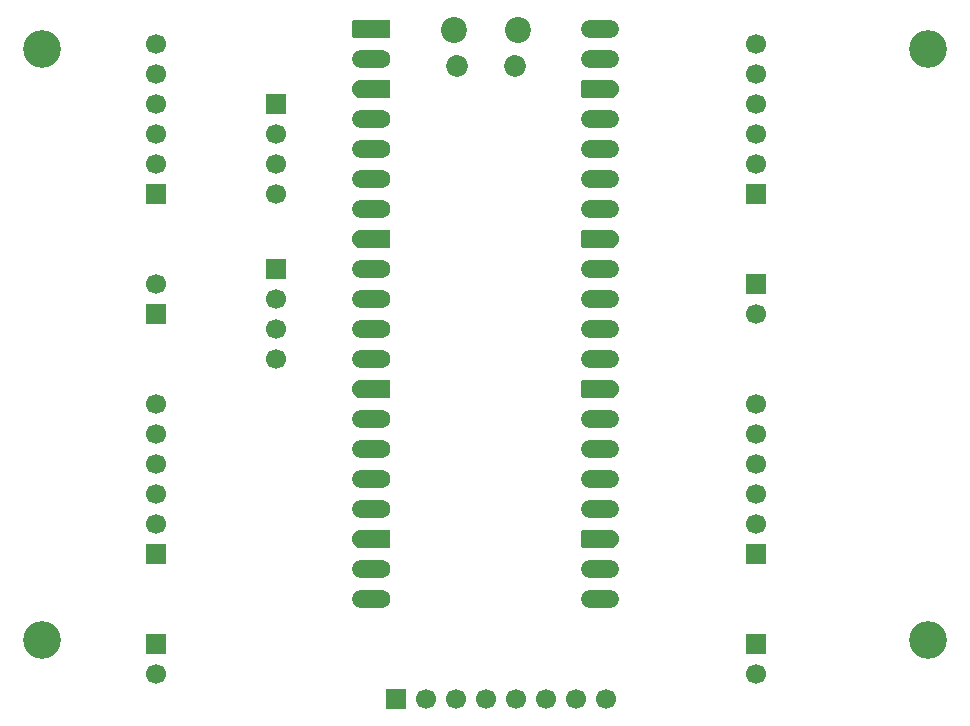
<source format=gbr>
%TF.GenerationSoftware,KiCad,Pcbnew,9.0.2*%
%TF.CreationDate,2025-07-04T23:02:28+10:00*%
%TF.ProjectId,motor-controller-pcb,6d6f746f-722d-4636-9f6e-74726f6c6c65,rev?*%
%TF.SameCoordinates,Original*%
%TF.FileFunction,Soldermask,Top*%
%TF.FilePolarity,Negative*%
%FSLAX46Y46*%
G04 Gerber Fmt 4.6, Leading zero omitted, Abs format (unit mm)*
G04 Created by KiCad (PCBNEW 9.0.2) date 2025-07-04 23:02:28*
%MOMM*%
%LPD*%
G01*
G04 APERTURE LIST*
G04 Aperture macros list*
%AMRoundRect*
0 Rectangle with rounded corners*
0 $1 Rounding radius*
0 $2 $3 $4 $5 $6 $7 $8 $9 X,Y pos of 4 corners*
0 Add a 4 corners polygon primitive as box body*
4,1,4,$2,$3,$4,$5,$6,$7,$8,$9,$2,$3,0*
0 Add four circle primitives for the rounded corners*
1,1,$1+$1,$2,$3*
1,1,$1+$1,$4,$5*
1,1,$1+$1,$6,$7*
1,1,$1+$1,$8,$9*
0 Add four rect primitives between the rounded corners*
20,1,$1+$1,$2,$3,$4,$5,0*
20,1,$1+$1,$4,$5,$6,$7,0*
20,1,$1+$1,$6,$7,$8,$9,0*
20,1,$1+$1,$8,$9,$2,$3,0*%
%AMFreePoly0*
4,1,37,0.800000,0.796148,0.878414,0.796148,1.032228,0.765552,1.177117,0.705537,1.307515,0.618408,1.418408,0.507515,1.505537,0.377117,1.565552,0.232228,1.596148,0.078414,1.596148,-0.078414,1.565552,-0.232228,1.505537,-0.377117,1.418408,-0.507515,1.307515,-0.618408,1.177117,-0.705537,1.032228,-0.765552,0.878414,-0.796148,0.800000,-0.796148,0.800000,-0.800000,-1.400000,-0.800000,
-1.403843,-0.796157,-1.439018,-0.796157,-1.511114,-0.766294,-1.566294,-0.711114,-1.596157,-0.639018,-1.596157,-0.603843,-1.600000,-0.600000,-1.600000,0.600000,-1.596157,0.603843,-1.596157,0.639018,-1.566294,0.711114,-1.511114,0.766294,-1.439018,0.796157,-1.403843,0.796157,-1.400000,0.800000,0.800000,0.800000,0.800000,0.796148,0.800000,0.796148,$1*%
%AMFreePoly1*
4,1,37,1.403843,0.796157,1.439018,0.796157,1.511114,0.766294,1.566294,0.711114,1.596157,0.639018,1.596157,0.603843,1.600000,0.600000,1.600000,-0.600000,1.596157,-0.603843,1.596157,-0.639018,1.566294,-0.711114,1.511114,-0.766294,1.439018,-0.796157,1.403843,-0.796157,1.400000,-0.800000,-0.800000,-0.800000,-0.800000,-0.796148,-0.878414,-0.796148,-1.032228,-0.765552,-1.177117,-0.705537,
-1.307515,-0.618408,-1.418408,-0.507515,-1.505537,-0.377117,-1.565552,-0.232228,-1.596148,-0.078414,-1.596148,0.078414,-1.565552,0.232228,-1.505537,0.377117,-1.418408,0.507515,-1.307515,0.618408,-1.177117,0.705537,-1.032228,0.765552,-0.878414,0.796148,-0.800000,0.796148,-0.800000,0.800000,1.400000,0.800000,1.403843,0.796157,1.403843,0.796157,$1*%
%AMFreePoly2*
4,1,37,0.603843,0.796157,0.639018,0.796157,0.711114,0.766294,0.766294,0.711114,0.796157,0.639018,0.796157,0.603843,0.800000,0.600000,0.800000,-0.600000,0.796157,-0.603843,0.796157,-0.639018,0.766294,-0.711114,0.711114,-0.766294,0.639018,-0.796157,0.603843,-0.796157,0.600000,-0.800000,0.000000,-0.800000,0.000000,-0.796148,-0.078414,-0.796148,-0.232228,-0.765552,-0.377117,-0.705537,
-0.507515,-0.618408,-0.618408,-0.507515,-0.705537,-0.377117,-0.765552,-0.232228,-0.796148,-0.078414,-0.796148,0.078414,-0.765552,0.232228,-0.705537,0.377117,-0.618408,0.507515,-0.507515,0.618408,-0.377117,0.705537,-0.232228,0.765552,-0.078414,0.796148,0.000000,0.796148,0.000000,0.800000,0.600000,0.800000,0.603843,0.796157,0.603843,0.796157,$1*%
%AMFreePoly3*
4,1,37,0.000000,0.796148,0.078414,0.796148,0.232228,0.765552,0.377117,0.705537,0.507515,0.618408,0.618408,0.507515,0.705537,0.377117,0.765552,0.232228,0.796148,0.078414,0.796148,-0.078414,0.765552,-0.232228,0.705537,-0.377117,0.618408,-0.507515,0.507515,-0.618408,0.377117,-0.705537,0.232228,-0.765552,0.078414,-0.796148,0.000000,-0.796148,0.000000,-0.800000,-0.600000,-0.800000,
-0.603843,-0.796157,-0.639018,-0.796157,-0.711114,-0.766294,-0.766294,-0.711114,-0.796157,-0.639018,-0.796157,-0.603843,-0.800000,-0.600000,-0.800000,0.600000,-0.796157,0.603843,-0.796157,0.639018,-0.766294,0.711114,-0.711114,0.766294,-0.639018,0.796157,-0.603843,0.796157,-0.600000,0.800000,0.000000,0.800000,0.000000,0.796148,0.000000,0.796148,$1*%
G04 Aperture macros list end*
%ADD10C,3.200000*%
%ADD11R,1.700000X1.700000*%
%ADD12C,1.700000*%
%ADD13C,2.200000*%
%ADD14C,1.850000*%
%ADD15FreePoly0,0.000000*%
%ADD16RoundRect,0.200000X-0.600000X-0.600000X0.600000X-0.600000X0.600000X0.600000X-0.600000X0.600000X0*%
%ADD17RoundRect,0.800000X-0.800000X-0.000010X0.800000X-0.000010X0.800000X0.000010X-0.800000X0.000010X0*%
%ADD18C,1.600000*%
%ADD19FreePoly1,0.000000*%
%ADD20FreePoly2,0.000000*%
%ADD21FreePoly3,0.000000*%
G04 APERTURE END LIST*
D10*
%TO.C,REF\u002A\u002A*%
X190000000Y-60000000D03*
%TD*%
D11*
%TO.C,J4*%
X175445000Y-102740000D03*
D12*
X175445000Y-100200000D03*
X175445000Y-97660000D03*
X175445000Y-95120000D03*
X175445000Y-92580000D03*
X175445000Y-90040000D03*
%TD*%
D11*
%TO.C,J5*%
X134805000Y-64640000D03*
D12*
X134805000Y-67180000D03*
X134805000Y-69720000D03*
X134805000Y-72260000D03*
%TD*%
D10*
%TO.C,REF\u002A\u002A*%
X190000000Y-110000000D03*
%TD*%
%TO.C,REF\u002A\u002A*%
X115000000Y-110000000D03*
%TD*%
D11*
%TO.C,M4*%
X175445000Y-110360000D03*
D12*
X175445000Y-112900000D03*
%TD*%
D11*
%TO.C,J7*%
X145000000Y-115000000D03*
D12*
X147540000Y-115000000D03*
X150080000Y-115000000D03*
X152620000Y-115000000D03*
X155160000Y-115000000D03*
X157700000Y-115000000D03*
X160240000Y-115000000D03*
X162780000Y-115000000D03*
%TD*%
D11*
%TO.C,M1*%
X124645000Y-82420000D03*
D12*
X124645000Y-79880000D03*
%TD*%
D11*
%TO.C,J3*%
X124645000Y-102740000D03*
D12*
X124645000Y-100200000D03*
X124645000Y-97660000D03*
X124645000Y-95120000D03*
X124645000Y-92580000D03*
X124645000Y-90040000D03*
%TD*%
D10*
%TO.C,REF\u002A\u002A*%
X115000000Y-60000000D03*
%TD*%
D11*
%TO.C,J2*%
X175445000Y-72260000D03*
D12*
X175445000Y-69720000D03*
X175445000Y-67180000D03*
X175445000Y-64640000D03*
X175445000Y-62100000D03*
X175445000Y-59560000D03*
%TD*%
D11*
%TO.C,M3*%
X124645000Y-110360000D03*
D12*
X124645000Y-112900000D03*
%TD*%
D13*
%TO.C,A1*%
X149860000Y-58420000D03*
D14*
X150160000Y-61450000D03*
X155010000Y-61450000D03*
D13*
X155310000Y-58420000D03*
D15*
X142895000Y-58290000D03*
D16*
X143695000Y-58290000D03*
D17*
X142895000Y-60830000D03*
D18*
X143695000Y-60830000D03*
D19*
X142895000Y-63370000D03*
D20*
X143695000Y-63370000D03*
D17*
X142895000Y-65910000D03*
D18*
X143695000Y-65910000D03*
D17*
X142895000Y-68450000D03*
D18*
X143695000Y-68450000D03*
D17*
X142895000Y-70990000D03*
D18*
X143695000Y-70990000D03*
D17*
X142895000Y-73530000D03*
D18*
X143695000Y-73530000D03*
D19*
X142895000Y-76070000D03*
D20*
X143695000Y-76070000D03*
D17*
X142895000Y-78610000D03*
D18*
X143695000Y-78610000D03*
D17*
X142895000Y-81150000D03*
D18*
X143695000Y-81150000D03*
D17*
X142895000Y-83690000D03*
D18*
X143695000Y-83690000D03*
D17*
X142895000Y-86230000D03*
D18*
X143695000Y-86230000D03*
D19*
X142895000Y-88770000D03*
D20*
X143695000Y-88770000D03*
D17*
X142895000Y-91310000D03*
D18*
X143695000Y-91310000D03*
D17*
X142895000Y-93850000D03*
D18*
X143695000Y-93850000D03*
D17*
X142895000Y-96390000D03*
D18*
X143695000Y-96390000D03*
D17*
X142895000Y-98930000D03*
D18*
X143695000Y-98930000D03*
D19*
X142895000Y-101470000D03*
D20*
X143695000Y-101470000D03*
D17*
X142895000Y-104010000D03*
D18*
X143695000Y-104010000D03*
D17*
X142895000Y-106550000D03*
D18*
X143695000Y-106550000D03*
X161475000Y-106550000D03*
D17*
X162275000Y-106550000D03*
D18*
X161475000Y-104010000D03*
D17*
X162275000Y-104010000D03*
D21*
X161475000Y-101470000D03*
D15*
X162275000Y-101470000D03*
D18*
X161475000Y-98930000D03*
D17*
X162275000Y-98930000D03*
D18*
X161475000Y-96390000D03*
D17*
X162275000Y-96390000D03*
D18*
X161475000Y-93850000D03*
D17*
X162275000Y-93850000D03*
D18*
X161475000Y-91310000D03*
D17*
X162275000Y-91310000D03*
D21*
X161475000Y-88770000D03*
D15*
X162275000Y-88770000D03*
D18*
X161475000Y-86230000D03*
D17*
X162275000Y-86230000D03*
D18*
X161475000Y-83690000D03*
D17*
X162275000Y-83690000D03*
D18*
X161475000Y-81150000D03*
D17*
X162275000Y-81150000D03*
D18*
X161475000Y-78610000D03*
D17*
X162275000Y-78610000D03*
D21*
X161475000Y-76070000D03*
D15*
X162275000Y-76070000D03*
D18*
X161475000Y-73530000D03*
D17*
X162275000Y-73530000D03*
D18*
X161475000Y-70990000D03*
D17*
X162275000Y-70990000D03*
D18*
X161475000Y-68450000D03*
D17*
X162275000Y-68450000D03*
D18*
X161475000Y-65910000D03*
D17*
X162275000Y-65910000D03*
D21*
X161475000Y-63370000D03*
D15*
X162275000Y-63370000D03*
D18*
X161475000Y-60830000D03*
D17*
X162275000Y-60830000D03*
D18*
X161475000Y-58290000D03*
D17*
X162275000Y-58290000D03*
%TD*%
D11*
%TO.C,M2*%
X175445000Y-79880000D03*
D12*
X175445000Y-82420000D03*
%TD*%
D11*
%TO.C,J1*%
X124645000Y-72260000D03*
D12*
X124645000Y-69720000D03*
X124645000Y-67180000D03*
X124645000Y-64640000D03*
X124645000Y-62100000D03*
X124645000Y-59560000D03*
%TD*%
D11*
%TO.C,J6*%
X134805000Y-78610000D03*
D12*
X134805000Y-81150000D03*
X134805000Y-83690000D03*
X134805000Y-86230000D03*
%TD*%
M02*

</source>
